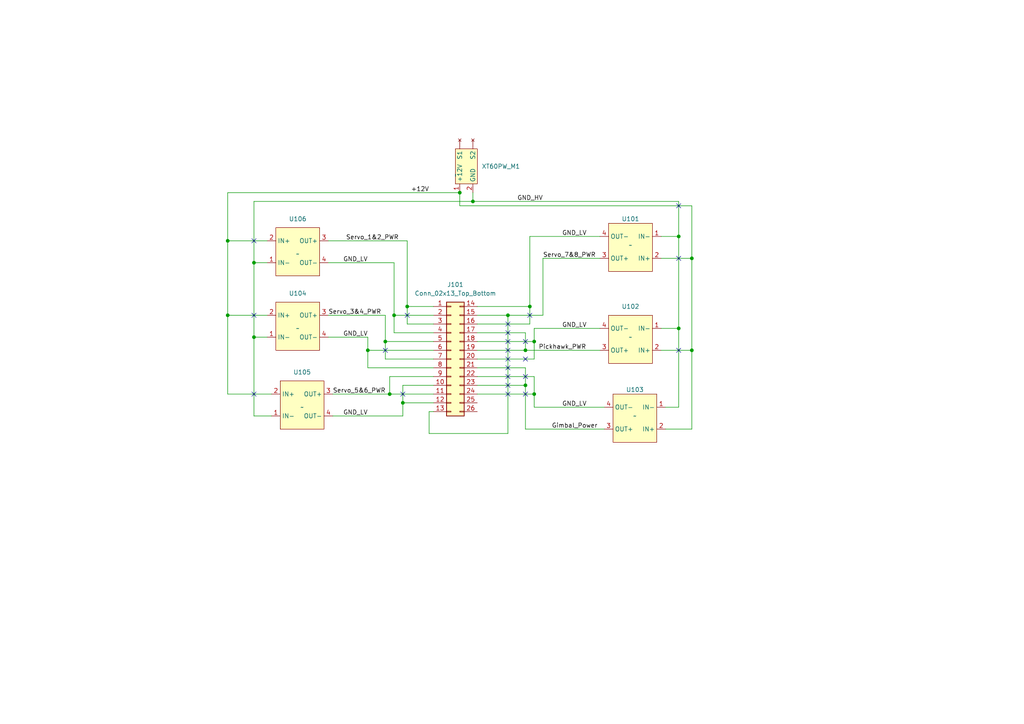
<source format=kicad_sch>
(kicad_sch (version 20230121) (generator eeschema)

  (uuid ec3864f8-beea-4bd9-8117-4ec49632e630)

  (paper "A4")

  (lib_symbols
    (symbol "Aero_PDB_parts:LM2596" (in_bom yes) (on_board yes)
      (property "Reference" "U" (at 0 10.16 0)
        (effects (font (size 1.27 1.27)))
      )
      (property "Value" "~" (at 0 0 0)
        (effects (font (size 1.27 1.27)))
      )
      (property "Footprint" "" (at 0 0 0)
        (effects (font (size 1.27 1.27)) hide)
      )
      (property "Datasheet" "https://www.amazon.com/Zixtec-LM2596-Converter-Module-1-25V-30V/dp/B07VVXF7YX?th=1" (at 0 0 0)
        (effects (font (size 1.27 1.27)) hide)
      )
      (symbol "LM2596_1_1"
        (rectangle (start -6.35 7.62) (end 6.35 -6.35)
          (stroke (width 0) (type default))
          (fill (type background))
        )
        (pin input line (at -8.89 -2.54 0) (length 2.54)
          (name "IN-" (effects (font (size 1.27 1.27))))
          (number "1" (effects (font (size 1.27 1.27))))
        )
        (pin input line (at -8.89 3.81 0) (length 2.54)
          (name "IN+" (effects (font (size 1.27 1.27))))
          (number "2" (effects (font (size 1.27 1.27))))
        )
        (pin input line (at 8.89 3.81 180) (length 2.54)
          (name "OUT+" (effects (font (size 1.27 1.27))))
          (number "3" (effects (font (size 1.27 1.27))))
        )
        (pin input line (at 8.89 -2.54 180) (length 2.54)
          (name "OUT-" (effects (font (size 1.27 1.27))))
          (number "4" (effects (font (size 1.27 1.27))))
        )
      )
    )
    (symbol "Aero_PDB_parts:XT60PW_Female_" (in_bom yes) (on_board yes)
      (property "Reference" "XT60PW_M1" (at 2.54 -7.62 0)
        (effects (font (size 1.27 1.27)))
      )
      (property "Value" "" (at 0 0 0)
        (effects (font (size 1.27 1.27)))
      )
      (property "Footprint" "Aero_PDB:AMASS_XT60PW-F" (at 0 2.54 0)
        (effects (font (size 1.27 1.27)) hide)
      )
      (property "Datasheet" "" (at 0 0 0)
        (effects (font (size 1.27 1.27)) hide)
      )
      (symbol "XT60PW_Female__1_1"
        (rectangle (start -2.54 0) (end 7.62 -6.35)
          (stroke (width 0) (type default))
          (fill (type background))
        )
        (pin no_connect line (at 10.16 -1.27 180) (length 2.54)
          (name "S1" (effects (font (size 1.27 1.27))))
          (number "" (effects (font (size 1.27 1.27))))
        )
        (pin no_connect line (at 10.16 -5.08 180) (length 2.54)
          (name "S2" (effects (font (size 1.27 1.27))))
          (number "" (effects (font (size 1.27 1.27))))
        )
        (pin input line (at -5.08 -1.27 0) (length 2.54)
          (name "+12V" (effects (font (size 1.27 1.27))))
          (number "1" (effects (font (size 1.27 1.27))))
        )
        (pin input line (at -5.08 -5.08 0) (length 2.54)
          (name "GND" (effects (font (size 1.27 1.27))))
          (number "2" (effects (font (size 1.27 1.27))))
        )
      )
    )
    (symbol "Connector_Generic:Conn_02x13_Top_Bottom" (pin_names (offset 1.016) hide) (in_bom yes) (on_board yes)
      (property "Reference" "J" (at 1.27 17.78 0)
        (effects (font (size 1.27 1.27)))
      )
      (property "Value" "Conn_02x13_Top_Bottom" (at 1.27 -17.78 0)
        (effects (font (size 1.27 1.27)))
      )
      (property "Footprint" "" (at 0 0 0)
        (effects (font (size 1.27 1.27)) hide)
      )
      (property "Datasheet" "~" (at 0 0 0)
        (effects (font (size 1.27 1.27)) hide)
      )
      (property "ki_keywords" "connector" (at 0 0 0)
        (effects (font (size 1.27 1.27)) hide)
      )
      (property "ki_description" "Generic connector, double row, 02x13, top/bottom pin numbering scheme (row 1: 1...pins_per_row, row2: pins_per_row+1 ... num_pins), script generated (kicad-library-utils/schlib/autogen/connector/)" (at 0 0 0)
        (effects (font (size 1.27 1.27)) hide)
      )
      (property "ki_fp_filters" "Connector*:*_2x??_*" (at 0 0 0)
        (effects (font (size 1.27 1.27)) hide)
      )
      (symbol "Conn_02x13_Top_Bottom_1_1"
        (rectangle (start -1.27 -15.113) (end 0 -15.367)
          (stroke (width 0.1524) (type default))
          (fill (type none))
        )
        (rectangle (start -1.27 -12.573) (end 0 -12.827)
          (stroke (width 0.1524) (type default))
          (fill (type none))
        )
        (rectangle (start -1.27 -10.033) (end 0 -10.287)
          (stroke (width 0.1524) (type default))
          (fill (type none))
        )
        (rectangle (start -1.27 -7.493) (end 0 -7.747)
          (stroke (width 0.1524) (type default))
          (fill (type none))
        )
        (rectangle (start -1.27 -4.953) (end 0 -5.207)
          (stroke (width 0.1524) (type default))
          (fill (type none))
        )
        (rectangle (start -1.27 -2.413) (end 0 -2.667)
          (stroke (width 0.1524) (type default))
          (fill (type none))
        )
        (rectangle (start -1.27 0.127) (end 0 -0.127)
          (stroke (width 0.1524) (type default))
          (fill (type none))
        )
        (rectangle (start -1.27 2.667) (end 0 2.413)
          (stroke (width 0.1524) (type default))
          (fill (type none))
        )
        (rectangle (start -1.27 5.207) (end 0 4.953)
          (stroke (width 0.1524) (type default))
          (fill (type none))
        )
        (rectangle (start -1.27 7.747) (end 0 7.493)
          (stroke (width 0.1524) (type default))
          (fill (type none))
        )
        (rectangle (start -1.27 10.287) (end 0 10.033)
          (stroke (width 0.1524) (type default))
          (fill (type none))
        )
        (rectangle (start -1.27 12.827) (end 0 12.573)
          (stroke (width 0.1524) (type default))
          (fill (type none))
        )
        (rectangle (start -1.27 15.367) (end 0 15.113)
          (stroke (width 0.1524) (type default))
          (fill (type none))
        )
        (rectangle (start -1.27 16.51) (end 3.81 -16.51)
          (stroke (width 0.254) (type default))
          (fill (type background))
        )
        (rectangle (start 3.81 -15.113) (end 2.54 -15.367)
          (stroke (width 0.1524) (type default))
          (fill (type none))
        )
        (rectangle (start 3.81 -12.573) (end 2.54 -12.827)
          (stroke (width 0.1524) (type default))
          (fill (type none))
        )
        (rectangle (start 3.81 -10.033) (end 2.54 -10.287)
          (stroke (width 0.1524) (type default))
          (fill (type none))
        )
        (rectangle (start 3.81 -7.493) (end 2.54 -7.747)
          (stroke (width 0.1524) (type default))
          (fill (type none))
        )
        (rectangle (start 3.81 -4.953) (end 2.54 -5.207)
          (stroke (width 0.1524) (type default))
          (fill (type none))
        )
        (rectangle (start 3.81 -2.413) (end 2.54 -2.667)
          (stroke (width 0.1524) (type default))
          (fill (type none))
        )
        (rectangle (start 3.81 0.127) (end 2.54 -0.127)
          (stroke (width 0.1524) (type default))
          (fill (type none))
        )
        (rectangle (start 3.81 2.667) (end 2.54 2.413)
          (stroke (width 0.1524) (type default))
          (fill (type none))
        )
        (rectangle (start 3.81 5.207) (end 2.54 4.953)
          (stroke (width 0.1524) (type default))
          (fill (type none))
        )
        (rectangle (start 3.81 7.747) (end 2.54 7.493)
          (stroke (width 0.1524) (type default))
          (fill (type none))
        )
        (rectangle (start 3.81 10.287) (end 2.54 10.033)
          (stroke (width 0.1524) (type default))
          (fill (type none))
        )
        (rectangle (start 3.81 12.827) (end 2.54 12.573)
          (stroke (width 0.1524) (type default))
          (fill (type none))
        )
        (rectangle (start 3.81 15.367) (end 2.54 15.113)
          (stroke (width 0.1524) (type default))
          (fill (type none))
        )
        (pin passive line (at -5.08 15.24 0) (length 3.81)
          (name "Pin_1" (effects (font (size 1.27 1.27))))
          (number "1" (effects (font (size 1.27 1.27))))
        )
        (pin passive line (at -5.08 -7.62 0) (length 3.81)
          (name "Pin_10" (effects (font (size 1.27 1.27))))
          (number "10" (effects (font (size 1.27 1.27))))
        )
        (pin passive line (at -5.08 -10.16 0) (length 3.81)
          (name "Pin_11" (effects (font (size 1.27 1.27))))
          (number "11" (effects (font (size 1.27 1.27))))
        )
        (pin passive line (at -5.08 -12.7 0) (length 3.81)
          (name "Pin_12" (effects (font (size 1.27 1.27))))
          (number "12" (effects (font (size 1.27 1.27))))
        )
        (pin passive line (at -5.08 -15.24 0) (length 3.81)
          (name "Pin_13" (effects (font (size 1.27 1.27))))
          (number "13" (effects (font (size 1.27 1.27))))
        )
        (pin passive line (at 7.62 15.24 180) (length 3.81)
          (name "Pin_14" (effects (font (size 1.27 1.27))))
          (number "14" (effects (font (size 1.27 1.27))))
        )
        (pin passive line (at 7.62 12.7 180) (length 3.81)
          (name "Pin_15" (effects (font (size 1.27 1.27))))
          (number "15" (effects (font (size 1.27 1.27))))
        )
        (pin passive line (at 7.62 10.16 180) (length 3.81)
          (name "Pin_16" (effects (font (size 1.27 1.27))))
          (number "16" (effects (font (size 1.27 1.27))))
        )
        (pin passive line (at 7.62 7.62 180) (length 3.81)
          (name "Pin_17" (effects (font (size 1.27 1.27))))
          (number "17" (effects (font (size 1.27 1.27))))
        )
        (pin passive line (at 7.62 5.08 180) (length 3.81)
          (name "Pin_18" (effects (font (size 1.27 1.27))))
          (number "18" (effects (font (size 1.27 1.27))))
        )
        (pin passive line (at 7.62 2.54 180) (length 3.81)
          (name "Pin_19" (effects (font (size 1.27 1.27))))
          (number "19" (effects (font (size 1.27 1.27))))
        )
        (pin passive line (at -5.08 12.7 0) (length 3.81)
          (name "Pin_2" (effects (font (size 1.27 1.27))))
          (number "2" (effects (font (size 1.27 1.27))))
        )
        (pin passive line (at 7.62 0 180) (length 3.81)
          (name "Pin_20" (effects (font (size 1.27 1.27))))
          (number "20" (effects (font (size 1.27 1.27))))
        )
        (pin passive line (at 7.62 -2.54 180) (length 3.81)
          (name "Pin_21" (effects (font (size 1.27 1.27))))
          (number "21" (effects (font (size 1.27 1.27))))
        )
        (pin passive line (at 7.62 -5.08 180) (length 3.81)
          (name "Pin_22" (effects (font (size 1.27 1.27))))
          (number "22" (effects (font (size 1.27 1.27))))
        )
        (pin passive line (at 7.62 -7.62 180) (length 3.81)
          (name "Pin_23" (effects (font (size 1.27 1.27))))
          (number "23" (effects (font (size 1.27 1.27))))
        )
        (pin passive line (at 7.62 -10.16 180) (length 3.81)
          (name "Pin_24" (effects (font (size 1.27 1.27))))
          (number "24" (effects (font (size 1.27 1.27))))
        )
        (pin passive line (at 7.62 -12.7 180) (length 3.81)
          (name "Pin_25" (effects (font (size 1.27 1.27))))
          (number "25" (effects (font (size 1.27 1.27))))
        )
        (pin passive line (at 7.62 -15.24 180) (length 3.81)
          (name "Pin_26" (effects (font (size 1.27 1.27))))
          (number "26" (effects (font (size 1.27 1.27))))
        )
        (pin passive line (at -5.08 10.16 0) (length 3.81)
          (name "Pin_3" (effects (font (size 1.27 1.27))))
          (number "3" (effects (font (size 1.27 1.27))))
        )
        (pin passive line (at -5.08 7.62 0) (length 3.81)
          (name "Pin_4" (effects (font (size 1.27 1.27))))
          (number "4" (effects (font (size 1.27 1.27))))
        )
        (pin passive line (at -5.08 5.08 0) (length 3.81)
          (name "Pin_5" (effects (font (size 1.27 1.27))))
          (number "5" (effects (font (size 1.27 1.27))))
        )
        (pin passive line (at -5.08 2.54 0) (length 3.81)
          (name "Pin_6" (effects (font (size 1.27 1.27))))
          (number "6" (effects (font (size 1.27 1.27))))
        )
        (pin passive line (at -5.08 0 0) (length 3.81)
          (name "Pin_7" (effects (font (size 1.27 1.27))))
          (number "7" (effects (font (size 1.27 1.27))))
        )
        (pin passive line (at -5.08 -2.54 0) (length 3.81)
          (name "Pin_8" (effects (font (size 1.27 1.27))))
          (number "8" (effects (font (size 1.27 1.27))))
        )
        (pin passive line (at -5.08 -5.08 0) (length 3.81)
          (name "Pin_9" (effects (font (size 1.27 1.27))))
          (number "9" (effects (font (size 1.27 1.27))))
        )
      )
    )
  )

  (junction (at 116.84 116.84) (diameter 0) (color 0 0 0 0)
    (uuid 22bd8ba3-951a-46b4-9741-e182f46b1bb2)
  )
  (junction (at 106.68 101.6) (diameter 0) (color 0 0 0 0)
    (uuid 28fd44e6-f540-4690-ade9-dc134fd9b48d)
  )
  (junction (at 152.4 101.6) (diameter 0) (color 0 0 0 0)
    (uuid 30d1dadc-eeca-4f50-a311-027f9f83561a)
  )
  (junction (at 200.66 74.93) (diameter 0) (color 0 0 0 0)
    (uuid 3806f282-09f8-4f2d-9c2c-b5a87010f110)
  )
  (junction (at 66.04 69.85) (diameter 0) (color 0 0 0 0)
    (uuid 3ba96bf5-db98-413b-ae2c-9589d826e55a)
  )
  (junction (at 118.11 88.9) (diameter 0) (color 0 0 0 0)
    (uuid 3dce351e-0bfe-476b-be21-4af9a32dcb73)
  )
  (junction (at 111.76 99.06) (diameter 0) (color 0 0 0 0)
    (uuid 4d2cf34b-ea43-4a27-9040-1df4c7a44a95)
  )
  (junction (at 196.85 95.25) (diameter 0) (color 0 0 0 0)
    (uuid 58ab7935-9666-42bd-8943-c76d19c3d7f8)
  )
  (junction (at 196.85 68.58) (diameter 0) (color 0 0 0 0)
    (uuid 5b768fec-f666-4489-befa-f75092849695)
  )
  (junction (at 200.66 101.6) (diameter 0) (color 0 0 0 0)
    (uuid 5cbf7549-6715-4dbc-a573-f0ea1ac00015)
  )
  (junction (at 133.35 55.88) (diameter 0) (color 0 0 0 0)
    (uuid 5cc4c6dc-d492-4aae-be92-53376d261fa6)
  )
  (junction (at 113.03 114.3) (diameter 0) (color 0 0 0 0)
    (uuid 5d73a93f-6a12-48d4-9f50-4c0918054e97)
  )
  (junction (at 73.66 76.2) (diameter 0) (color 0 0 0 0)
    (uuid 600c6c91-9c54-434d-934e-bb8f97a119da)
  )
  (junction (at 152.4 111.76) (diameter 0) (color 0 0 0 0)
    (uuid 687be2cc-1f49-4f21-89b3-d156d7b89b76)
  )
  (junction (at 114.3 91.44) (diameter 0) (color 0 0 0 0)
    (uuid 691e8134-7d8a-4515-ad73-a03bc5aae79f)
  )
  (junction (at 154.94 99.06) (diameter 0) (color 0 0 0 0)
    (uuid 6cd0787f-997c-4f52-8a7f-dc97c03bdc63)
  )
  (junction (at 66.04 91.44) (diameter 0) (color 0 0 0 0)
    (uuid 86f3667e-2772-413f-b917-84d1e695c60b)
  )
  (junction (at 154.94 114.3) (diameter 0) (color 0 0 0 0)
    (uuid 8c3032d6-9cc8-4686-94e4-f0d308632815)
  )
  (junction (at 147.32 91.44) (diameter 0) (color 0 0 0 0)
    (uuid b71497a3-b9cb-42e8-a46f-cc5ea046dc9f)
  )
  (junction (at 73.66 97.79) (diameter 0) (color 0 0 0 0)
    (uuid c7e5198c-3115-433f-b05a-79578b03048f)
  )
  (junction (at 137.16 58.42) (diameter 0) (color 0 0 0 0)
    (uuid d7a40ade-0e14-42ac-b3ac-9140cded90ec)
  )
  (junction (at 153.67 88.9) (diameter 0) (color 0 0 0 0)
    (uuid e50b9f4e-ef61-490a-82ab-d27123b075e1)
  )

  (no_connect (at 147.32 99.06) (uuid 09f03cf9-2a68-408c-8beb-e5ecaf93f7b6))
  (no_connect (at 147.32 109.22) (uuid 0f32856a-90c8-4830-9699-a58883605397))
  (no_connect (at 152.4 99.06) (uuid 10039d76-c844-452e-ba94-0aea4ee8f479))
  (no_connect (at 147.32 93.98) (uuid 1e4da6b9-4789-458b-a06b-b38777956295))
  (no_connect (at 152.4 114.3) (uuid 2b0001a4-c431-4aeb-97be-7522a8077fdf))
  (no_connect (at 196.85 59.69) (uuid 31c12fc0-0964-45c6-8ad0-b2a5cf710187))
  (no_connect (at 147.32 96.52) (uuid 3cde2a70-20f3-4ddc-ba0a-d809bfb0e479))
  (no_connect (at 118.11 91.44) (uuid 47e957fc-5e72-451e-8c70-43e087ae7994))
  (no_connect (at 73.66 91.44) (uuid 4cbfefd5-be6b-4a55-b4a2-0bff0cbb70dd))
  (no_connect (at 111.76 101.6) (uuid 571f5c60-b57d-4eb1-a0d7-712935be08d4))
  (no_connect (at 73.66 69.85) (uuid 62fee0da-c699-4fd5-bf38-3a00be9e8a8d))
  (no_connect (at 147.32 104.14) (uuid 6f7d0850-44ab-4ae4-b2f5-80e4b8d1f697))
  (no_connect (at 147.32 106.68) (uuid 7abfe5e2-4e85-4cd1-bc01-a5609787ef0e))
  (no_connect (at 196.85 101.6) (uuid 872d7517-fd7d-48e0-bb28-94d0a1445370))
  (no_connect (at 147.32 114.3) (uuid a8f37fe5-7a05-4182-bb44-9183f6869455))
  (no_connect (at 152.4 104.14) (uuid a9caec3a-5737-4222-95a8-34ffd399bae9))
  (no_connect (at 196.85 74.93) (uuid c3a8ffcf-ed13-4735-99f2-1f085327ce79))
  (no_connect (at 73.66 114.3) (uuid ca7c4e9d-ce5d-4fdf-87c0-041c6c3c6224))
  (no_connect (at 153.67 91.44) (uuid cd887bb5-8682-4a8a-bde7-2a6355471398))
  (no_connect (at 147.32 111.76) (uuid f21320ae-877f-4a28-87ab-6e60b909d210))
  (no_connect (at 147.32 101.6) (uuid f42b6158-671c-41bb-b1f7-4bca072d90c6))
  (no_connect (at 152.4 109.22) (uuid fab888d9-7714-411a-992d-485da934df00))
  (no_connect (at 116.84 114.3) (uuid ffedb1de-c942-4370-8ccd-6bac800d1031))

  (wire (pts (xy 153.67 93.98) (xy 153.67 88.9))
    (stroke (width 0) (type default))
    (uuid 0221fe52-9eed-4f51-9058-846b6b6739a4)
  )
  (wire (pts (xy 116.84 111.76) (xy 125.73 111.76))
    (stroke (width 0) (type default))
    (uuid 02d4cda1-6230-42a2-915e-eac960bb8a29)
  )
  (wire (pts (xy 66.04 69.85) (xy 66.04 91.44))
    (stroke (width 0) (type default))
    (uuid 05b5d1da-1b2f-434e-b212-08c64dccc72a)
  )
  (wire (pts (xy 116.84 116.84) (xy 125.73 116.84))
    (stroke (width 0) (type default))
    (uuid 0bd76a56-3f2b-4d54-bdf1-6cddc3f8c242)
  )
  (wire (pts (xy 138.43 91.44) (xy 147.32 91.44))
    (stroke (width 0) (type default))
    (uuid 0d2c0935-1dc2-4f3e-bb06-299a9f94fd1b)
  )
  (wire (pts (xy 106.68 106.68) (xy 106.68 101.6))
    (stroke (width 0) (type default))
    (uuid 1074e2f3-4ab9-40b1-b9cf-4633a2d1c026)
  )
  (wire (pts (xy 125.73 101.6) (xy 106.68 101.6))
    (stroke (width 0) (type default))
    (uuid 14e01c1e-5eb8-4b84-b120-3705c4d43d42)
  )
  (wire (pts (xy 111.76 104.14) (xy 125.73 104.14))
    (stroke (width 0) (type default))
    (uuid 14effbc7-9bed-414e-84b7-31a9775055f7)
  )
  (wire (pts (xy 73.66 97.79) (xy 73.66 76.2))
    (stroke (width 0) (type default))
    (uuid 15b8725f-d8ab-4324-a986-c92a03de0b8f)
  )
  (wire (pts (xy 200.66 101.6) (xy 200.66 124.46))
    (stroke (width 0) (type default))
    (uuid 1b61c8d8-3706-4bd6-b19d-92cb114ec661)
  )
  (wire (pts (xy 147.32 125.73) (xy 147.32 91.44))
    (stroke (width 0) (type default))
    (uuid 22a2cbba-1b8d-4792-9ffa-35de04ba1974)
  )
  (wire (pts (xy 111.76 91.44) (xy 111.76 99.06))
    (stroke (width 0) (type default))
    (uuid 24fcffcf-e595-4cad-b6fd-216bc9ca8b3e)
  )
  (wire (pts (xy 125.73 106.68) (xy 106.68 106.68))
    (stroke (width 0) (type default))
    (uuid 27ecead4-0221-46a4-af47-c2ab310d6eb3)
  )
  (wire (pts (xy 125.73 96.52) (xy 114.3 96.52))
    (stroke (width 0) (type default))
    (uuid 2d0ee421-73ab-4bcc-9012-0ab94fca84d2)
  )
  (wire (pts (xy 200.66 74.93) (xy 200.66 101.6))
    (stroke (width 0) (type default))
    (uuid 30719957-c047-4856-a3a5-8a641f8dfa7e)
  )
  (wire (pts (xy 152.4 106.68) (xy 152.4 111.76))
    (stroke (width 0) (type default))
    (uuid 32b7de0d-e70d-4783-98b5-ef06e870f349)
  )
  (wire (pts (xy 191.77 101.6) (xy 200.66 101.6))
    (stroke (width 0) (type default))
    (uuid 35adfe6f-2d37-4c71-8030-e987cb4f1ec6)
  )
  (wire (pts (xy 114.3 91.44) (xy 114.3 76.2))
    (stroke (width 0) (type default))
    (uuid 3cf27653-23c5-418e-929b-01c58dd1a423)
  )
  (wire (pts (xy 116.84 116.84) (xy 116.84 111.76))
    (stroke (width 0) (type default))
    (uuid 4149056f-3ae4-4e17-aafa-ccfb9e0f92e2)
  )
  (wire (pts (xy 154.94 118.11) (xy 175.26 118.11))
    (stroke (width 0) (type default))
    (uuid 41d6dad5-ef5e-41c9-8cac-cee38a58062f)
  )
  (wire (pts (xy 95.25 97.79) (xy 106.68 97.79))
    (stroke (width 0) (type default))
    (uuid 41dcd9c3-7f95-4f18-8c32-b2ac4f6864dc)
  )
  (wire (pts (xy 111.76 104.14) (xy 111.76 99.06))
    (stroke (width 0) (type default))
    (uuid 4235c9f2-57b3-4671-b8d5-6c1bcaec6244)
  )
  (wire (pts (xy 96.52 114.3) (xy 113.03 114.3))
    (stroke (width 0) (type default))
    (uuid 4b4b99b6-d36f-4bab-92fc-ab1b914d095c)
  )
  (wire (pts (xy 113.03 109.22) (xy 125.73 109.22))
    (stroke (width 0) (type default))
    (uuid 4ce297ca-2353-4d36-ab15-51ecf4918f26)
  )
  (wire (pts (xy 113.03 114.3) (xy 125.73 114.3))
    (stroke (width 0) (type default))
    (uuid 4f5f8a5a-6db7-4fd7-9e05-e581f7999a59)
  )
  (wire (pts (xy 196.85 68.58) (xy 196.85 95.25))
    (stroke (width 0) (type default))
    (uuid 50a02dce-6eb3-4bee-a749-fad5f51950d2)
  )
  (wire (pts (xy 173.99 68.58) (xy 153.67 68.58))
    (stroke (width 0) (type default))
    (uuid 52c87c88-43d0-4008-b82b-1655d03b02c2)
  )
  (wire (pts (xy 137.16 58.42) (xy 137.16 55.88))
    (stroke (width 0) (type default))
    (uuid 531074f3-8dec-4a01-9c95-682c7ddd4dba)
  )
  (wire (pts (xy 73.66 76.2) (xy 73.66 58.42))
    (stroke (width 0) (type default))
    (uuid 54103ae8-4b85-4182-8c62-4ef0eb150405)
  )
  (wire (pts (xy 124.46 119.38) (xy 125.73 119.38))
    (stroke (width 0) (type default))
    (uuid 5abe731d-8e32-4002-9c96-b3f8fcfca460)
  )
  (wire (pts (xy 153.67 68.58) (xy 153.67 88.9))
    (stroke (width 0) (type default))
    (uuid 5c6398b4-1756-44ab-b4ea-8e42eaac3e1a)
  )
  (wire (pts (xy 73.66 76.2) (xy 77.47 76.2))
    (stroke (width 0) (type default))
    (uuid 5cc7ab4d-0ae6-4b89-b472-8e8fab49f65e)
  )
  (wire (pts (xy 133.35 55.88) (xy 66.04 55.88))
    (stroke (width 0) (type default))
    (uuid 5d1089bc-84f0-440c-9bea-c41b3ebefa96)
  )
  (wire (pts (xy 157.48 91.44) (xy 157.48 74.93))
    (stroke (width 0) (type default))
    (uuid 5ef3f32c-abbb-4ffa-9427-24fedbe74359)
  )
  (wire (pts (xy 95.25 91.44) (xy 111.76 91.44))
    (stroke (width 0) (type default))
    (uuid 6115eef4-057f-4f50-9837-71ab7340b9ab)
  )
  (wire (pts (xy 118.11 69.85) (xy 118.11 88.9))
    (stroke (width 0) (type default))
    (uuid 616a42a3-03c6-4edd-9ee1-0e284901a923)
  )
  (wire (pts (xy 95.25 76.2) (xy 114.3 76.2))
    (stroke (width 0) (type default))
    (uuid 624c2844-1ce2-4e87-9c84-d5e6d23fb6e5)
  )
  (wire (pts (xy 137.16 58.42) (xy 196.85 58.42))
    (stroke (width 0) (type default))
    (uuid 652b0e44-d5e3-4d98-a6d8-6036b3bfcf82)
  )
  (wire (pts (xy 113.03 109.22) (xy 113.03 114.3))
    (stroke (width 0) (type default))
    (uuid 65b8743b-32eb-4ade-9f22-ec58e40d83e2)
  )
  (wire (pts (xy 154.94 118.11) (xy 154.94 114.3))
    (stroke (width 0) (type default))
    (uuid 6665bf12-f9ea-4846-b821-6b87075cf4d6)
  )
  (wire (pts (xy 152.4 101.6) (xy 138.43 101.6))
    (stroke (width 0) (type default))
    (uuid 67421a8c-2b90-4d37-a85c-4405e6afc35f)
  )
  (wire (pts (xy 125.73 91.44) (xy 114.3 91.44))
    (stroke (width 0) (type default))
    (uuid 68c48904-68bc-4030-bca4-f4d2c7f6e80b)
  )
  (wire (pts (xy 173.99 101.6) (xy 152.4 101.6))
    (stroke (width 0) (type default))
    (uuid 6e5c5660-630b-4146-8119-97c525df49c7)
  )
  (wire (pts (xy 73.66 58.42) (xy 137.16 58.42))
    (stroke (width 0) (type default))
    (uuid 71dd9613-24bc-4f00-88c2-492f6d9078d9)
  )
  (wire (pts (xy 138.43 88.9) (xy 153.67 88.9))
    (stroke (width 0) (type default))
    (uuid 775c3f57-665f-4043-98ef-8ebc74bccd6c)
  )
  (wire (pts (xy 78.74 114.3) (xy 66.04 114.3))
    (stroke (width 0) (type default))
    (uuid 77fac350-b8ac-49ab-8d88-38d1ceccd8f7)
  )
  (wire (pts (xy 154.94 114.3) (xy 138.43 114.3))
    (stroke (width 0) (type default))
    (uuid 79a6b1b8-b5e3-4202-a03b-cb847059434f)
  )
  (wire (pts (xy 157.48 74.93) (xy 173.99 74.93))
    (stroke (width 0) (type default))
    (uuid 7bdb6cf5-09d0-44e4-95b8-dc3ab43e5a15)
  )
  (wire (pts (xy 196.85 118.11) (xy 196.85 95.25))
    (stroke (width 0) (type default))
    (uuid 7e3cbf07-d7fc-45c2-9b65-46d7353f996b)
  )
  (wire (pts (xy 124.46 125.73) (xy 147.32 125.73))
    (stroke (width 0) (type default))
    (uuid 80935f1e-f0b0-4d06-904e-1a076eb8fab9)
  )
  (wire (pts (xy 154.94 95.25) (xy 173.99 95.25))
    (stroke (width 0) (type default))
    (uuid 872e38a3-0c39-4655-b497-f4c50a44f146)
  )
  (wire (pts (xy 73.66 120.65) (xy 73.66 97.79))
    (stroke (width 0) (type default))
    (uuid 89f6b2a7-4bc0-427b-b825-6b3bb6490223)
  )
  (wire (pts (xy 118.11 88.9) (xy 125.73 88.9))
    (stroke (width 0) (type default))
    (uuid 8bc9f771-5258-45a3-8aa1-ed42c22661a8)
  )
  (wire (pts (xy 106.68 101.6) (xy 106.68 97.79))
    (stroke (width 0) (type default))
    (uuid 8bdcabb6-82b2-42d9-8744-3289846c26e2)
  )
  (wire (pts (xy 196.85 58.42) (xy 196.85 68.58))
    (stroke (width 0) (type default))
    (uuid 8c4b8316-9add-4478-bc0b-35237f6a0f65)
  )
  (wire (pts (xy 138.43 96.52) (xy 152.4 96.52))
    (stroke (width 0) (type default))
    (uuid 9167cc0a-8df5-40a8-859f-e18facc76965)
  )
  (wire (pts (xy 95.25 69.85) (xy 118.11 69.85))
    (stroke (width 0) (type default))
    (uuid 93e37f1c-1738-483e-9062-85a6e2ad0162)
  )
  (wire (pts (xy 193.04 124.46) (xy 200.66 124.46))
    (stroke (width 0) (type default))
    (uuid 9d432c20-5f36-4136-ac8c-cfa3d8f9b26d)
  )
  (wire (pts (xy 154.94 104.14) (xy 154.94 99.06))
    (stroke (width 0) (type default))
    (uuid a24b6c1b-773a-456c-ad3f-7c59b048efc9)
  )
  (wire (pts (xy 191.77 74.93) (xy 200.66 74.93))
    (stroke (width 0) (type default))
    (uuid a4e2a721-0e64-4b8b-b5f0-623bffd2c1bc)
  )
  (wire (pts (xy 147.32 91.44) (xy 157.48 91.44))
    (stroke (width 0) (type default))
    (uuid a5154807-40eb-4ab6-b720-eac6bfe687de)
  )
  (wire (pts (xy 138.43 106.68) (xy 152.4 106.68))
    (stroke (width 0) (type default))
    (uuid a60bf9d2-26b9-40d0-8add-7e6470ada947)
  )
  (wire (pts (xy 152.4 111.76) (xy 152.4 124.46))
    (stroke (width 0) (type default))
    (uuid a6fe3167-0bb0-46bb-88e4-3bdf29d42f63)
  )
  (wire (pts (xy 200.66 74.93) (xy 200.66 59.69))
    (stroke (width 0) (type default))
    (uuid a71da499-24ca-44df-8c84-e3cf2d64d36f)
  )
  (wire (pts (xy 78.74 120.65) (xy 73.66 120.65))
    (stroke (width 0) (type default))
    (uuid a7d2b033-00c4-4346-b096-b7292285dfae)
  )
  (wire (pts (xy 66.04 55.88) (xy 66.04 69.85))
    (stroke (width 0) (type default))
    (uuid a9eba0d9-2c16-4a35-91b5-6ca0f10a3d9e)
  )
  (wire (pts (xy 111.76 99.06) (xy 125.73 99.06))
    (stroke (width 0) (type default))
    (uuid acdd77ba-68ad-4df8-abe8-da69985051b5)
  )
  (wire (pts (xy 114.3 96.52) (xy 114.3 91.44))
    (stroke (width 0) (type default))
    (uuid ad4f481f-8a85-4071-b1d0-a4ec59cfcee5)
  )
  (wire (pts (xy 138.43 111.76) (xy 152.4 111.76))
    (stroke (width 0) (type default))
    (uuid b2173f85-15e7-488f-b786-4159e3d1a178)
  )
  (wire (pts (xy 66.04 91.44) (xy 66.04 114.3))
    (stroke (width 0) (type default))
    (uuid b3f48599-6416-41e6-9bda-09c0d907fc83)
  )
  (wire (pts (xy 200.66 59.69) (xy 133.35 59.69))
    (stroke (width 0) (type default))
    (uuid b514f5df-bff4-4998-b715-251cf94113e3)
  )
  (wire (pts (xy 138.43 93.98) (xy 153.67 93.98))
    (stroke (width 0) (type default))
    (uuid b9bf5847-0bab-44d2-a375-e31b7fc5279f)
  )
  (wire (pts (xy 116.84 120.65) (xy 116.84 116.84))
    (stroke (width 0) (type default))
    (uuid b9dd3af2-02dc-4302-8fae-15a10d753ff7)
  )
  (wire (pts (xy 138.43 109.22) (xy 154.94 109.22))
    (stroke (width 0) (type default))
    (uuid bc19e3c2-00bc-4c30-8304-8484df74c166)
  )
  (wire (pts (xy 66.04 91.44) (xy 77.47 91.44))
    (stroke (width 0) (type default))
    (uuid bdbe7b5b-cc7d-4c19-b450-e9221c070c57)
  )
  (wire (pts (xy 154.94 109.22) (xy 154.94 114.3))
    (stroke (width 0) (type default))
    (uuid be631710-78a3-42a7-82ad-0f92cd2bfba4)
  )
  (wire (pts (xy 133.35 59.69) (xy 133.35 55.88))
    (stroke (width 0) (type default))
    (uuid c29551c1-b733-4669-a64c-60db918d26db)
  )
  (wire (pts (xy 138.43 99.06) (xy 154.94 99.06))
    (stroke (width 0) (type default))
    (uuid cb29f18c-51d3-4ec3-8ab2-6693ef95d9b6)
  )
  (wire (pts (xy 154.94 95.25) (xy 154.94 99.06))
    (stroke (width 0) (type default))
    (uuid cb91ef7b-c8bd-4bb6-a713-c96afe3884fb)
  )
  (wire (pts (xy 118.11 93.98) (xy 118.11 88.9))
    (stroke (width 0) (type default))
    (uuid cbad82af-fabc-42e1-be3b-d28ec095580c)
  )
  (wire (pts (xy 196.85 95.25) (xy 191.77 95.25))
    (stroke (width 0) (type default))
    (uuid d85906a1-469d-4c37-bde1-a1c26401df3c)
  )
  (wire (pts (xy 138.43 104.14) (xy 154.94 104.14))
    (stroke (width 0) (type default))
    (uuid d8decd0b-6225-4c2a-a194-cce1880b3e0d)
  )
  (wire (pts (xy 66.04 69.85) (xy 77.47 69.85))
    (stroke (width 0) (type default))
    (uuid dd0858dd-cbb8-4423-802b-a83ef7ff6d22)
  )
  (wire (pts (xy 96.52 120.65) (xy 116.84 120.65))
    (stroke (width 0) (type default))
    (uuid ddc3ca9f-06cf-4e2c-b651-1743a993a380)
  )
  (wire (pts (xy 124.46 125.73) (xy 124.46 119.38))
    (stroke (width 0) (type default))
    (uuid e73d96a8-dd6e-4ec7-bd2c-bd775e491234)
  )
  (wire (pts (xy 125.73 93.98) (xy 118.11 93.98))
    (stroke (width 0) (type default))
    (uuid ea8e1aaf-0256-4420-844c-153b6b5eba7f)
  )
  (wire (pts (xy 193.04 118.11) (xy 196.85 118.11))
    (stroke (width 0) (type default))
    (uuid eb7fc8eb-c02d-40c9-97ef-b31c3b74c14a)
  )
  (wire (pts (xy 77.47 97.79) (xy 73.66 97.79))
    (stroke (width 0) (type default))
    (uuid f11167ad-4474-46c6-82bd-4cc0f135e51f)
  )
  (wire (pts (xy 175.26 124.46) (xy 152.4 124.46))
    (stroke (width 0) (type default))
    (uuid f115f11b-98c4-423d-8873-b6acdd110940)
  )
  (wire (pts (xy 191.77 68.58) (xy 196.85 68.58))
    (stroke (width 0) (type default))
    (uuid f3f5c26e-cdfb-4bb8-bb54-f1af953d4142)
  )
  (wire (pts (xy 152.4 96.52) (xy 152.4 101.6))
    (stroke (width 0) (type default))
    (uuid fd300bcb-c983-4934-8753-772e15648f64)
  )

  (label "GND_LV" (at 170.18 68.58 180) (fields_autoplaced)
    (effects (font (size 1.27 1.27)) (justify right bottom))
    (uuid 17a552d7-b66b-4fd1-b022-38cec6fd6757)
  )
  (label "Gimbal_Power" (at 160.02 124.46 0) (fields_autoplaced)
    (effects (font (size 1.27 1.27)) (justify left bottom))
    (uuid 2384191f-5c1b-4ffc-ad5f-7a924f42d8e9)
  )
  (label "+12V" (at 124.46 55.88 180) (fields_autoplaced)
    (effects (font (size 1.27 1.27)) (justify right bottom))
    (uuid 2eb0590d-a29b-4511-8ee4-053afcf4c83b)
  )
  (label "Servo_3&4_PWR" (at 95.25 91.44 0) (fields_autoplaced)
    (effects (font (size 1.27 1.27)) (justify left bottom))
    (uuid 3903f574-ea2a-4cd6-a6b9-7a75a3a74ac3)
  )
  (label "GND_LV" (at 170.18 95.25 180) (fields_autoplaced)
    (effects (font (size 1.27 1.27)) (justify right bottom))
    (uuid 48d08723-951c-4575-b6ca-59ec630814c8)
  )
  (label "GND_LV" (at 106.68 97.79 180) (fields_autoplaced)
    (effects (font (size 1.27 1.27)) (justify right bottom))
    (uuid 54a7397f-4c9b-459b-969c-aca8ce6d6b84)
  )
  (label "GND_LV" (at 106.68 120.65 180) (fields_autoplaced)
    (effects (font (size 1.27 1.27)) (justify right bottom))
    (uuid 58b999a0-600a-4f8c-94ce-4c3bb84d014a)
  )
  (label "Pickhawk_PWR" (at 156.21 101.6 0) (fields_autoplaced)
    (effects (font (size 1.27 1.27)) (justify left bottom))
    (uuid 5e9d0a92-5f9b-4913-9106-861b7584ed85)
  )
  (label "GND_LV" (at 106.68 76.2 180) (fields_autoplaced)
    (effects (font (size 1.27 1.27)) (justify right bottom))
    (uuid 6278b3ca-ea68-4692-a768-0009f135fa50)
  )
  (label "GND_LV" (at 170.18 118.11 180) (fields_autoplaced)
    (effects (font (size 1.27 1.27)) (justify right bottom))
    (uuid 64de1595-ca01-41b6-b100-b478b7807858)
  )
  (label "Servo_1&2_PWR" (at 100.33 69.85 0) (fields_autoplaced)
    (effects (font (size 1.27 1.27)) (justify left bottom))
    (uuid 7ef83734-3ed6-4280-92a0-1bb1578a29d0)
  )
  (label "GND_HV" (at 157.48 58.42 180) (fields_autoplaced)
    (effects (font (size 1.27 1.27)) (justify right bottom))
    (uuid 8915ec21-5bb7-45f0-9637-2caa6eb85872)
  )
  (label "Servo_5&6_PWR" (at 96.52 114.3 0) (fields_autoplaced)
    (effects (font (size 1.27 1.27)) (justify left bottom))
    (uuid e302e113-3d47-40d3-92a8-41c09f8e00c4)
  )
  (label "Servo_7&8_PWR" (at 157.48 74.93 0) (fields_autoplaced)
    (effects (font (size 1.27 1.27)) (justify left bottom))
    (uuid f996c376-f86c-43ee-9035-c41c7a8baa0d)
  )

  (symbol (lib_id "Aero_PDB_parts:LM2596") (at 86.36 95.25 0) (unit 1)
    (in_bom yes) (on_board yes) (dnp no) (fields_autoplaced)
    (uuid 134cf584-1088-4911-99b5-fceca89106e0)
    (property "Reference" "U104" (at 86.36 85.09 0)
      (effects (font (size 1.27 1.27)))
    )
    (property "Value" "~" (at 86.36 95.25 0)
      (effects (font (size 1.27 1.27)))
    )
    (property "Footprint" "Aero_PDB:YAAJ_DCDC_StepDown_LM2596" (at 86.36 95.25 0)
      (effects (font (size 1.27 1.27)) hide)
    )
    (property "Datasheet" "https://www.amazon.com/Zixtec-LM2596-Converter-Module-1-25V-30V/dp/B07VVXF7YX?th=1" (at 86.36 95.25 0)
      (effects (font (size 1.27 1.27)) hide)
    )
    (pin "3" (uuid 59b4f3c8-4622-4b04-bf23-e03d7849febe))
    (pin "4" (uuid 0b3f80c2-9a4e-47e4-8714-e88d50c0c313))
    (pin "1" (uuid b9e6e4d0-ccf8-4157-9d3a-f6c3b3b23f17))
    (pin "2" (uuid eb50c1f9-918e-4aa6-a75f-2ebc823d7e84))
    (instances
      (project "Aero_PDB"
        (path "/ec3864f8-beea-4bd9-8117-4ec49632e630"
          (reference "U104") (unit 1)
        )
      )
    )
  )

  (symbol (lib_id "Aero_PDB_parts:LM2596") (at 182.88 71.12 180) (unit 1)
    (in_bom yes) (on_board yes) (dnp no)
    (uuid 2a65adb3-c2e0-4a8d-8473-3430416dc978)
    (property "Reference" "U101" (at 182.88 63.5 0)
      (effects (font (size 1.27 1.27)))
    )
    (property "Value" "~" (at 182.88 71.12 0)
      (effects (font (size 1.27 1.27)))
    )
    (property "Footprint" "Aero_PDB:YAAJ_DCDC_StepDown_LM2596" (at 182.88 71.12 0)
      (effects (font (size 1.27 1.27)) hide)
    )
    (property "Datasheet" "https://www.amazon.com/Zixtec-LM2596-Converter-Module-1-25V-30V/dp/B07VVXF7YX?th=1" (at 182.88 71.12 0)
      (effects (font (size 1.27 1.27)) hide)
    )
    (pin "3" (uuid 9b4cda8e-1c21-4f4d-9ced-6202036e30d1))
    (pin "4" (uuid 0471d9b0-6d84-4ed9-99da-59ad4de0e6ee))
    (pin "1" (uuid 8a5eacc5-e7f8-44d6-83aa-b7c28e0775d4))
    (pin "2" (uuid 0dfaf39b-036b-4d7b-9445-84f69bdd9cff))
    (instances
      (project "Aero_PDB"
        (path "/ec3864f8-beea-4bd9-8117-4ec49632e630"
          (reference "U101") (unit 1)
        )
      )
    )
  )

  (symbol (lib_id "Aero_PDB_parts:LM2596") (at 182.88 97.79 180) (unit 1)
    (in_bom yes) (on_board yes) (dnp no)
    (uuid 4a1fc979-c07d-4cb5-b954-254a6d5e4599)
    (property "Reference" "U102" (at 182.88 88.9 0)
      (effects (font (size 1.27 1.27)))
    )
    (property "Value" "~" (at 182.88 97.79 0)
      (effects (font (size 1.27 1.27)))
    )
    (property "Footprint" "Aero_PDB:YAAJ_DCDC_StepDown_LM2596" (at 182.88 97.79 0)
      (effects (font (size 1.27 1.27)) hide)
    )
    (property "Datasheet" "https://www.amazon.com/Zixtec-LM2596-Converter-Module-1-25V-30V/dp/B07VVXF7YX?th=1" (at 182.88 97.79 0)
      (effects (font (size 1.27 1.27)) hide)
    )
    (pin "3" (uuid 73a40340-d4af-4e1e-9c1d-d13aac91c2c9))
    (pin "4" (uuid cad6deba-5ef3-4c65-94cc-23156e4885b0))
    (pin "1" (uuid 5437c2e8-ff3d-404f-92e2-cf0f2802f5d0))
    (pin "2" (uuid c144677f-913c-4ad7-8448-56077e39e239))
    (instances
      (project "Aero_PDB"
        (path "/ec3864f8-beea-4bd9-8117-4ec49632e630"
          (reference "U102") (unit 1)
        )
      )
    )
  )

  (symbol (lib_id "Aero_PDB_parts:LM2596") (at 86.36 73.66 0) (unit 1)
    (in_bom yes) (on_board yes) (dnp no) (fields_autoplaced)
    (uuid 4ccb0bc5-7835-4832-a6a2-10a79a7ac2f2)
    (property "Reference" "U106" (at 86.36 63.5 0)
      (effects (font (size 1.27 1.27)))
    )
    (property "Value" "~" (at 86.36 73.66 0)
      (effects (font (size 1.27 1.27)))
    )
    (property "Footprint" "Aero_PDB:YAAJ_DCDC_StepDown_LM2596" (at 86.36 73.66 0)
      (effects (font (size 1.27 1.27)) hide)
    )
    (property "Datasheet" "https://www.amazon.com/Zixtec-LM2596-Converter-Module-1-25V-30V/dp/B07VVXF7YX?th=1" (at 86.36 73.66 0)
      (effects (font (size 1.27 1.27)) hide)
    )
    (pin "3" (uuid 8ec54fe9-5d15-4ec2-b567-7a54e1963650))
    (pin "4" (uuid 4e663114-647a-4414-b540-9af8a2ccc731))
    (pin "1" (uuid 240a909b-e605-413f-aaec-e6c843a60f38))
    (pin "2" (uuid f1570d3e-3152-4f7c-8ce3-31b8c2f47ba8))
    (instances
      (project "Aero_PDB"
        (path "/ec3864f8-beea-4bd9-8117-4ec49632e630"
          (reference "U106") (unit 1)
        )
      )
    )
  )

  (symbol (lib_id "Aero_PDB_parts:LM2596") (at 87.63 118.11 0) (unit 1)
    (in_bom yes) (on_board yes) (dnp no) (fields_autoplaced)
    (uuid 5145e596-201f-415c-9c67-7b369d3fd68f)
    (property "Reference" "U105" (at 87.63 107.95 0)
      (effects (font (size 1.27 1.27)))
    )
    (property "Value" "~" (at 87.63 118.11 0)
      (effects (font (size 1.27 1.27)))
    )
    (property "Footprint" "Aero_PDB:YAAJ_DCDC_StepDown_LM2596" (at 87.63 118.11 0)
      (effects (font (size 1.27 1.27)) hide)
    )
    (property "Datasheet" "https://www.amazon.com/Zixtec-LM2596-Converter-Module-1-25V-30V/dp/B07VVXF7YX?th=1" (at 87.63 118.11 0)
      (effects (font (size 1.27 1.27)) hide)
    )
    (pin "3" (uuid 7819156f-58fc-4617-951b-99290c42c3c6))
    (pin "4" (uuid e6ded559-5f17-4a99-b62e-4e31ea6ea781))
    (pin "1" (uuid 24f12751-8787-4529-8f90-086bcb0f9a49))
    (pin "2" (uuid 1cf83269-ac10-4c6e-a550-7d71dd3fc684))
    (instances
      (project "Aero_PDB"
        (path "/ec3864f8-beea-4bd9-8117-4ec49632e630"
          (reference "U105") (unit 1)
        )
      )
    )
  )

  (symbol (lib_id "Connector_Generic:Conn_02x13_Top_Bottom") (at 130.81 104.14 0) (unit 1)
    (in_bom yes) (on_board yes) (dnp no) (fields_autoplaced)
    (uuid 62fb116d-34fc-4a53-9dc7-7267d512e9fb)
    (property "Reference" "J101" (at 132.08 82.55 0)
      (effects (font (size 1.27 1.27)))
    )
    (property "Value" "Conn_02x13_Top_Bottom" (at 132.08 85.09 0)
      (effects (font (size 1.27 1.27)))
    )
    (property "Footprint" "Connector_PinHeader_2.54mm:PinHeader_2x13_P2.54mm_Horizontal" (at 130.81 104.14 0)
      (effects (font (size 1.27 1.27)) hide)
    )
    (property "Datasheet" "~" (at 130.81 104.14 0)
      (effects (font (size 1.27 1.27)) hide)
    )
    (pin "25" (uuid 55578776-b89d-443b-ac28-53f7f7453e85))
    (pin "26" (uuid ddfa6d53-0b2a-49d0-835d-f19e3d45db50))
    (pin "22" (uuid e1ea8d94-c4db-4810-9ec7-9f6f8c2e3e4c))
    (pin "5" (uuid ae1fb964-eeca-45d8-b725-0d02933feaf8))
    (pin "10" (uuid af98126f-68e3-483c-b6c7-4f6b9e943f6e))
    (pin "1" (uuid 021f579a-012d-4d4e-bde3-71701f779f69))
    (pin "20" (uuid fda0a598-4307-4783-98f9-0b24974c15dd))
    (pin "11" (uuid c9ee6959-e5ce-4261-8266-5899ecd6595f))
    (pin "12" (uuid c19c8710-0351-4682-8ed2-9452c2c92056))
    (pin "13" (uuid 29eaa3a1-e524-4bba-99ed-724d1625eee9))
    (pin "14" (uuid 4a5a7e16-446a-4ce4-ba0f-a9b2d1e3cf40))
    (pin "4" (uuid a0a0f3c3-710e-4785-9f32-7673a36caad7))
    (pin "16" (uuid 78dbbb88-e45a-45d6-b44d-b0cdfb921862))
    (pin "2" (uuid c31f5bdb-f680-4031-95a7-15cdc0fce1ca))
    (pin "6" (uuid 2e13156f-f387-4839-a013-6244ccb4fee7))
    (pin "24" (uuid 60c9527f-9f4c-4edd-a2fa-98d828abc6d9))
    (pin "17" (uuid 07b88b2f-2aeb-4ae3-b5f8-576b0b1f0271))
    (pin "3" (uuid dcbf3bce-b267-4e48-be8b-ef86f9171580))
    (pin "18" (uuid 39e8633e-5a02-4211-ad05-3c372ae4eceb))
    (pin "7" (uuid 12f274cd-9c6a-4da8-83b2-bbf295004097))
    (pin "19" (uuid 6819e240-c763-4c3e-866d-2cfb1c49428c))
    (pin "21" (uuid 4786e535-c004-4847-86f4-151e89bea51c))
    (pin "8" (uuid 113c0214-27d3-4062-b9e5-24dc0de982dc))
    (pin "23" (uuid 877e5b56-545a-4f3a-ae0f-4961d2425241))
    (pin "15" (uuid 1a5850cf-2df0-45a9-92ba-2af20aaf9435))
    (pin "9" (uuid 37d74865-cdfd-4bd8-ad7a-d454f528a845))
    (instances
      (project "Aero_PDB"
        (path "/ec3864f8-beea-4bd9-8117-4ec49632e630"
          (reference "J101") (unit 1)
        )
      )
    )
  )

  (symbol (lib_id "Aero_PDB_parts:XT60PW_Female_") (at 132.08 50.8 90) (unit 1)
    (in_bom yes) (on_board yes) (dnp no) (fields_autoplaced)
    (uuid ae314cc1-3fd2-440f-8e29-b2de756227f1)
    (property "Reference" "XT60PW_M1" (at 139.7 48.26 90)
      (effects (font (size 1.27 1.27)) (justify right))
    )
    (property "Value" "~" (at 132.08 50.8 0)
      (effects (font (size 1.27 1.27)))
    )
    (property "Footprint" "Aero_PDB:AMASS_XT60PW-F" (at 129.54 50.8 0)
      (effects (font (size 1.27 1.27)) hide)
    )
    (property "Datasheet" "" (at 132.08 50.8 0)
      (effects (font (size 1.27 1.27)) hide)
    )
    (pin "" (uuid 7c4fa1f6-e1b8-4721-8923-3d7b053e5cbe))
    (pin "" (uuid f4ff82f7-5457-49ec-814a-68987fd75b8a))
    (pin "1" (uuid 895be3dd-b37a-4483-ba7c-074a5c180573))
    (pin "2" (uuid 29eca05d-0f78-4e67-a450-6e7003ce2a46))
    (instances
      (project "Aero_PDB"
        (path "/ec3864f8-beea-4bd9-8117-4ec49632e630"
          (reference "XT60PW_M1") (unit 1)
        )
      )
    )
  )

  (symbol (lib_id "Aero_PDB_parts:LM2596") (at 184.15 120.65 180) (unit 1)
    (in_bom yes) (on_board yes) (dnp no)
    (uuid ba64d762-ea53-4b6b-b1cf-95e0a30ab8c2)
    (property "Reference" "U103" (at 184.15 113.03 0)
      (effects (font (size 1.27 1.27)))
    )
    (property "Value" "~" (at 184.15 120.65 0)
      (effects (font (size 1.27 1.27)))
    )
    (property "Footprint" "Aero_PDB:YAAJ_DCDC_StepDown_LM2596" (at 184.15 120.65 0)
      (effects (font (size 1.27 1.27)) hide)
    )
    (property "Datasheet" "https://www.amazon.com/Zixtec-LM2596-Converter-Module-1-25V-30V/dp/B07VVXF7YX?th=1" (at 184.15 120.65 0)
      (effects (font (size 1.27 1.27)) hide)
    )
    (pin "3" (uuid b3f63d0d-a929-4cb0-9035-d554ccefc485))
    (pin "4" (uuid d5bb330b-bee7-4b95-b374-9d36505807e1))
    (pin "1" (uuid 450165a8-5a50-4286-98c3-79acf4ad34e2))
    (pin "2" (uuid 9c329e1a-1b52-4c3c-9886-dd7bb9f2f330))
    (instances
      (project "Aero_PDB"
        (path "/ec3864f8-beea-4bd9-8117-4ec49632e630"
          (reference "U103") (unit 1)
        )
      )
    )
  )

  (sheet_instances
    (path "/" (page "1"))
  )
)

</source>
